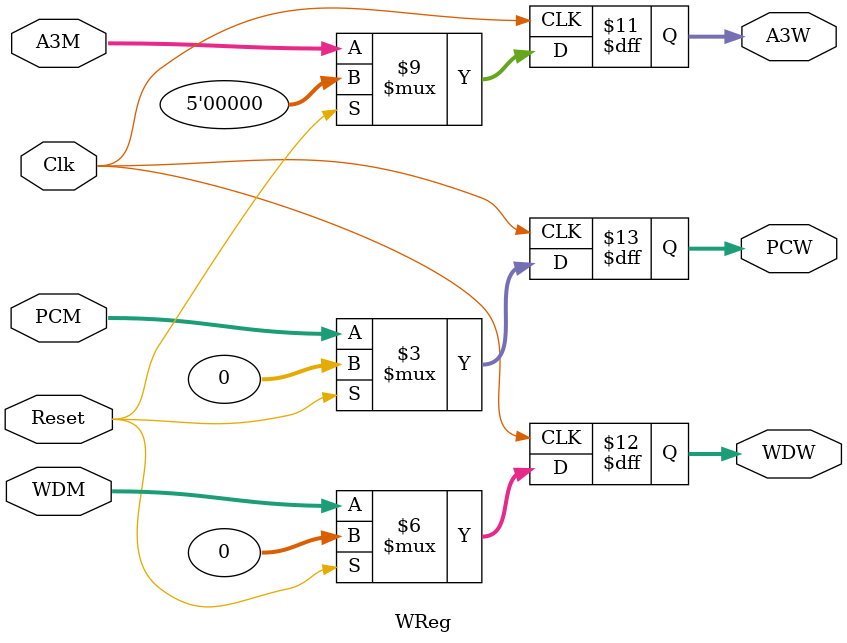
<source format=v>
`timescale 1ns / 1ps
module WReg(
    input Clk,
    input Reset,
    input [4:0] A3M,
    input [31:0] WDM,
	 input [31:0] PCM,
    output reg [4:0] A3W,
    output reg [31:0] WDW,
	 output reg [31:0] PCW
    );

	always @ (posedge Clk) begin
		if (Reset) begin
			A3W <= 0;
			WDW <= 0;
			PCW <= 0;
		end
		else begin
			A3W <= A3M;
			WDW <= WDM;
			PCW <= PCM;
		end
	end

endmodule

</source>
